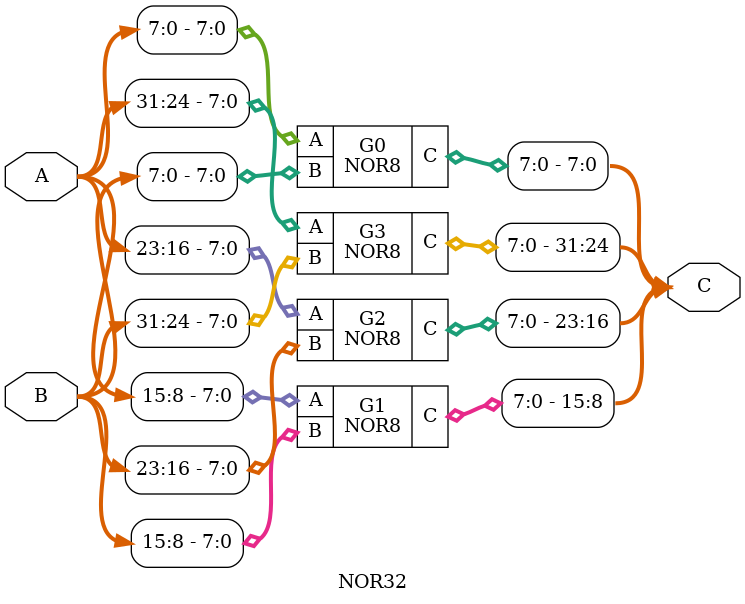
<source format=v>
`timescale 1ns / 1ps

module AND8(C, A, B);
    input [31:0] A;
    input [31:0] B;
    output [31:0] C;

    and G0 (C[0], A[0], B[0]);
    and G1 (C[1], A[1], B[1]);
    and G2 (C[2], A[2], B[2]);
    and G3 (C[3], A[3], B[3]);
    and G4 (C[4], A[4], B[4]);
    and G5 (C[5], A[5], B[5]);
    and G6 (C[6], A[6], B[6]);
    and G7 (C[7], A[7], B[7]);
endmodule

module AND32(C, A, B);
    input [31:0] A;
    input [31:0] B;
    output [31:0] C;

    AND8 G0 (C[7:0],   A[7:0],   B[7:0]);
    AND8 G1 (C[15:8],  A[15:8],  B[15:8]);
    AND8 G2 (C[23:16], A[23:16], B[23:16]);
    AND8 G3 (C[31:24], A[31:24], B[31:24]);
endmodule

module OR8(C, A, B);
    input [7:0] A;
    input [7:0] B;
    output [7:0] C;

    or G0 (C[0], A[0], B[0]);
    or G1 (C[1], A[1], B[1]);
    or G2 (C[2], A[2], B[2]);
    or G3 (C[3], A[3], B[3]);
    or G4 (C[4], A[4], B[4]);
    or G5 (C[5], A[5], B[5]);
    or G6 (C[6], A[6], B[6]);
    or G7 (C[7], A[7], B[7]);
endmodule

module OR32(C, A, B);
    input [31:0] A;
    input [31:0] B;
    output [31:0] C;

    OR8 G0 (C[7:0],   A[7:0],   B[7:0]);
    OR8 G1 (C[15:8],  A[15:8],  B[15:8]);
    OR8 G2 (C[23:16], A[23:16], B[23:16]);
    OR8 G3 (C[31:24], A[31:24], B[31:24]);

endmodule

module NOT8(C, A);
    input [7:0] A;
    output [7:0] C;

    not G0 (C[0], A[0]);
    not G1 (C[1], A[1]);
    not G2 (C[2], A[2]);
    not G3 (C[3], A[3]);
    not G4 (C[4], A[4]);
    not G5 (C[5], A[5]);
    not G6 (C[6], A[6]);
    not G7 (C[7], A[7]);
endmodule

module NOT32(C, A);
    input [31:0] A;
    output [31:0] C;

    NOT8 G0 (C[7:0],   A[7:0]);
    NOT8 G1 (C[15:8],  A[15:8]);
    NOT8 G2 (C[23:16], A[23:16]);
    NOT8 G3 (C[31:24], A[31:24]);
endmodule

module XOR8(C, A, B);
    input [7:0] A;
    input [7:0] B;
    output [7:0] C;

    xor G0 (C[0], A[0], B[0]);
    xor G1 (C[1], A[1], B[1]);
    xor G2 (C[2], A[2], B[2]);
    xor G3 (C[3], A[3], B[3]);
    xor G4 (C[4], A[4], B[4]);
    xor G5 (C[5], A[5], B[5]);
    xor G6 (C[6], A[6], B[6]);
    xor G7 (C[7], A[7], B[7]);
endmodule

module XOR32(C, A, B);
    input [31:0] A;
    input [31:0] B;
    output [31:0] C;

    XOR8 G0 (C[7:0],   A[7:0],   B[7:0]);
    XOR8 G1 (C[15:8],  A[15:8],  B[15:8]);
    XOR8 G2 (C[23:16], A[23:16], B[23:16]);
    XOR8 G3 (C[31:24], A[31:24], B[31:24]);
endmodule

module NOR8(C, A, B);
    input [7:0] A;
    input [7:0] B;
    output [7:0] C;

    nor (C[0], A[0], B[0]);
    nor (C[1], A[1], B[1]);
    nor (C[2], A[2], B[2]);
    nor (C[3], A[3], B[3]);
    nor (C[4], A[4], B[4]);
    nor (C[5], A[5], B[5]);
    nor (C[6], A[6], B[6]);
    nor (C[7], A[7], B[7]);
endmodule

module NOR32(C, A, B);
    input [31:0] A;
    input [31:0] B;
    output [31:0] C;

    NOR8 G0 (C[7:0],   A[7:0],   B[7:0]);
    NOR8 G1 (C[15:8],  A[15:8],  B[15:8]);
    NOR8 G2 (C[23:16], A[23:16], B[23:16]);
    NOR8 G3 (C[31:24], A[31:24], B[31:24]);
endmodule

</source>
